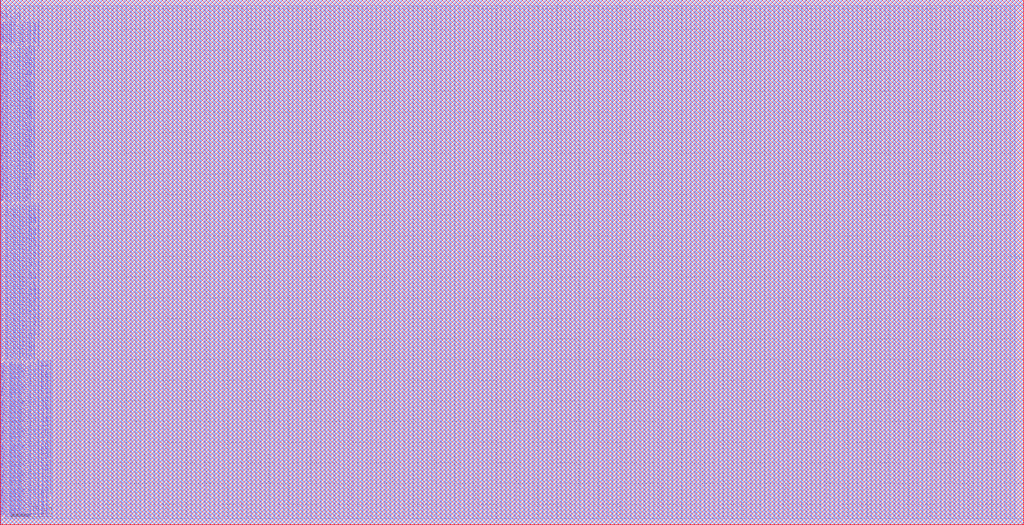
<source format=lef>
VERSION 5.7 ;
BUSBITCHARS "[]" ;
MACRO fakeram65_512x66
  FOREIGN fakeram65_512x66 0 0 ;
  SYMMETRY X Y R90 ;
  SIZE 247.800 BY 127.200 ;
  CLASS BLOCK ;
  PIN w_mask_in[0]
    DIRECTION INPUT ;
    USE SIGNAL ;
    SHAPE ABUTMENT ;
    PORT
      LAYER M3 ;
      RECT 0.000 1.365 0.070 1.435 ;
    END
  END w_mask_in[0]
  PIN w_mask_in[1]
    DIRECTION INPUT ;
    USE SIGNAL ;
    SHAPE ABUTMENT ;
    PORT
      LAYER M3 ;
      RECT 0.000 1.925 0.070 1.995 ;
    END
  END w_mask_in[1]
  PIN w_mask_in[2]
    DIRECTION INPUT ;
    USE SIGNAL ;
    SHAPE ABUTMENT ;
    PORT
      LAYER M3 ;
      RECT 0.000 2.485 0.070 2.555 ;
    END
  END w_mask_in[2]
  PIN w_mask_in[3]
    DIRECTION INPUT ;
    USE SIGNAL ;
    SHAPE ABUTMENT ;
    PORT
      LAYER M3 ;
      RECT 0.000 3.045 0.070 3.115 ;
    END
  END w_mask_in[3]
  PIN w_mask_in[4]
    DIRECTION INPUT ;
    USE SIGNAL ;
    SHAPE ABUTMENT ;
    PORT
      LAYER M3 ;
      RECT 0.000 3.605 0.070 3.675 ;
    END
  END w_mask_in[4]
  PIN w_mask_in[5]
    DIRECTION INPUT ;
    USE SIGNAL ;
    SHAPE ABUTMENT ;
    PORT
      LAYER M3 ;
      RECT 0.000 4.165 0.070 4.235 ;
    END
  END w_mask_in[5]
  PIN w_mask_in[6]
    DIRECTION INPUT ;
    USE SIGNAL ;
    SHAPE ABUTMENT ;
    PORT
      LAYER M3 ;
      RECT 0.000 4.725 0.070 4.795 ;
    END
  END w_mask_in[6]
  PIN w_mask_in[7]
    DIRECTION INPUT ;
    USE SIGNAL ;
    SHAPE ABUTMENT ;
    PORT
      LAYER M3 ;
      RECT 0.000 5.285 0.070 5.355 ;
    END
  END w_mask_in[7]
  PIN w_mask_in[8]
    DIRECTION INPUT ;
    USE SIGNAL ;
    SHAPE ABUTMENT ;
    PORT
      LAYER M3 ;
      RECT 0.000 5.845 0.070 5.915 ;
    END
  END w_mask_in[8]
  PIN w_mask_in[9]
    DIRECTION INPUT ;
    USE SIGNAL ;
    SHAPE ABUTMENT ;
    PORT
      LAYER M3 ;
      RECT 0.000 6.405 0.070 6.475 ;
    END
  END w_mask_in[9]
  PIN w_mask_in[10]
    DIRECTION INPUT ;
    USE SIGNAL ;
    SHAPE ABUTMENT ;
    PORT
      LAYER M3 ;
      RECT 0.000 6.965 0.070 7.035 ;
    END
  END w_mask_in[10]
  PIN w_mask_in[11]
    DIRECTION INPUT ;
    USE SIGNAL ;
    SHAPE ABUTMENT ;
    PORT
      LAYER M3 ;
      RECT 0.000 7.525 0.070 7.595 ;
    END
  END w_mask_in[11]
  PIN w_mask_in[12]
    DIRECTION INPUT ;
    USE SIGNAL ;
    SHAPE ABUTMENT ;
    PORT
      LAYER M3 ;
      RECT 0.000 8.085 0.070 8.155 ;
    END
  END w_mask_in[12]
  PIN w_mask_in[13]
    DIRECTION INPUT ;
    USE SIGNAL ;
    SHAPE ABUTMENT ;
    PORT
      LAYER M3 ;
      RECT 0.000 8.645 0.070 8.715 ;
    END
  END w_mask_in[13]
  PIN w_mask_in[14]
    DIRECTION INPUT ;
    USE SIGNAL ;
    SHAPE ABUTMENT ;
    PORT
      LAYER M3 ;
      RECT 0.000 9.205 0.070 9.275 ;
    END
  END w_mask_in[14]
  PIN w_mask_in[15]
    DIRECTION INPUT ;
    USE SIGNAL ;
    SHAPE ABUTMENT ;
    PORT
      LAYER M3 ;
      RECT 0.000 9.765 0.070 9.835 ;
    END
  END w_mask_in[15]
  PIN w_mask_in[16]
    DIRECTION INPUT ;
    USE SIGNAL ;
    SHAPE ABUTMENT ;
    PORT
      LAYER M3 ;
      RECT 0.000 10.325 0.070 10.395 ;
    END
  END w_mask_in[16]
  PIN w_mask_in[17]
    DIRECTION INPUT ;
    USE SIGNAL ;
    SHAPE ABUTMENT ;
    PORT
      LAYER M3 ;
      RECT 0.000 10.885 0.070 10.955 ;
    END
  END w_mask_in[17]
  PIN w_mask_in[18]
    DIRECTION INPUT ;
    USE SIGNAL ;
    SHAPE ABUTMENT ;
    PORT
      LAYER M3 ;
      RECT 0.000 11.445 0.070 11.515 ;
    END
  END w_mask_in[18]
  PIN w_mask_in[19]
    DIRECTION INPUT ;
    USE SIGNAL ;
    SHAPE ABUTMENT ;
    PORT
      LAYER M3 ;
      RECT 0.000 12.005 0.070 12.075 ;
    END
  END w_mask_in[19]
  PIN w_mask_in[20]
    DIRECTION INPUT ;
    USE SIGNAL ;
    SHAPE ABUTMENT ;
    PORT
      LAYER M3 ;
      RECT 0.000 12.565 0.070 12.635 ;
    END
  END w_mask_in[20]
  PIN w_mask_in[21]
    DIRECTION INPUT ;
    USE SIGNAL ;
    SHAPE ABUTMENT ;
    PORT
      LAYER M3 ;
      RECT 0.000 13.125 0.070 13.195 ;
    END
  END w_mask_in[21]
  PIN w_mask_in[22]
    DIRECTION INPUT ;
    USE SIGNAL ;
    SHAPE ABUTMENT ;
    PORT
      LAYER M3 ;
      RECT 0.000 13.685 0.070 13.755 ;
    END
  END w_mask_in[22]
  PIN w_mask_in[23]
    DIRECTION INPUT ;
    USE SIGNAL ;
    SHAPE ABUTMENT ;
    PORT
      LAYER M3 ;
      RECT 0.000 14.245 0.070 14.315 ;
    END
  END w_mask_in[23]
  PIN w_mask_in[24]
    DIRECTION INPUT ;
    USE SIGNAL ;
    SHAPE ABUTMENT ;
    PORT
      LAYER M3 ;
      RECT 0.000 14.805 0.070 14.875 ;
    END
  END w_mask_in[24]
  PIN w_mask_in[25]
    DIRECTION INPUT ;
    USE SIGNAL ;
    SHAPE ABUTMENT ;
    PORT
      LAYER M3 ;
      RECT 0.000 15.365 0.070 15.435 ;
    END
  END w_mask_in[25]
  PIN w_mask_in[26]
    DIRECTION INPUT ;
    USE SIGNAL ;
    SHAPE ABUTMENT ;
    PORT
      LAYER M3 ;
      RECT 0.000 15.925 0.070 15.995 ;
    END
  END w_mask_in[26]
  PIN w_mask_in[27]
    DIRECTION INPUT ;
    USE SIGNAL ;
    SHAPE ABUTMENT ;
    PORT
      LAYER M3 ;
      RECT 0.000 16.485 0.070 16.555 ;
    END
  END w_mask_in[27]
  PIN w_mask_in[28]
    DIRECTION INPUT ;
    USE SIGNAL ;
    SHAPE ABUTMENT ;
    PORT
      LAYER M3 ;
      RECT 0.000 17.045 0.070 17.115 ;
    END
  END w_mask_in[28]
  PIN w_mask_in[29]
    DIRECTION INPUT ;
    USE SIGNAL ;
    SHAPE ABUTMENT ;
    PORT
      LAYER M3 ;
      RECT 0.000 17.605 0.070 17.675 ;
    END
  END w_mask_in[29]
  PIN w_mask_in[30]
    DIRECTION INPUT ;
    USE SIGNAL ;
    SHAPE ABUTMENT ;
    PORT
      LAYER M3 ;
      RECT 0.000 18.165 0.070 18.235 ;
    END
  END w_mask_in[30]
  PIN w_mask_in[31]
    DIRECTION INPUT ;
    USE SIGNAL ;
    SHAPE ABUTMENT ;
    PORT
      LAYER M3 ;
      RECT 0.000 18.725 0.070 18.795 ;
    END
  END w_mask_in[31]
  PIN w_mask_in[32]
    DIRECTION INPUT ;
    USE SIGNAL ;
    SHAPE ABUTMENT ;
    PORT
      LAYER M3 ;
      RECT 0.000 19.285 0.070 19.355 ;
    END
  END w_mask_in[32]
  PIN w_mask_in[33]
    DIRECTION INPUT ;
    USE SIGNAL ;
    SHAPE ABUTMENT ;
    PORT
      LAYER M3 ;
      RECT 0.000 19.845 0.070 19.915 ;
    END
  END w_mask_in[33]
  PIN w_mask_in[34]
    DIRECTION INPUT ;
    USE SIGNAL ;
    SHAPE ABUTMENT ;
    PORT
      LAYER M3 ;
      RECT 0.000 20.405 0.070 20.475 ;
    END
  END w_mask_in[34]
  PIN w_mask_in[35]
    DIRECTION INPUT ;
    USE SIGNAL ;
    SHAPE ABUTMENT ;
    PORT
      LAYER M3 ;
      RECT 0.000 20.965 0.070 21.035 ;
    END
  END w_mask_in[35]
  PIN w_mask_in[36]
    DIRECTION INPUT ;
    USE SIGNAL ;
    SHAPE ABUTMENT ;
    PORT
      LAYER M3 ;
      RECT 0.000 21.525 0.070 21.595 ;
    END
  END w_mask_in[36]
  PIN w_mask_in[37]
    DIRECTION INPUT ;
    USE SIGNAL ;
    SHAPE ABUTMENT ;
    PORT
      LAYER M3 ;
      RECT 0.000 22.085 0.070 22.155 ;
    END
  END w_mask_in[37]
  PIN w_mask_in[38]
    DIRECTION INPUT ;
    USE SIGNAL ;
    SHAPE ABUTMENT ;
    PORT
      LAYER M3 ;
      RECT 0.000 22.645 0.070 22.715 ;
    END
  END w_mask_in[38]
  PIN w_mask_in[39]
    DIRECTION INPUT ;
    USE SIGNAL ;
    SHAPE ABUTMENT ;
    PORT
      LAYER M3 ;
      RECT 0.000 23.205 0.070 23.275 ;
    END
  END w_mask_in[39]
  PIN w_mask_in[40]
    DIRECTION INPUT ;
    USE SIGNAL ;
    SHAPE ABUTMENT ;
    PORT
      LAYER M3 ;
      RECT 0.000 23.765 0.070 23.835 ;
    END
  END w_mask_in[40]
  PIN w_mask_in[41]
    DIRECTION INPUT ;
    USE SIGNAL ;
    SHAPE ABUTMENT ;
    PORT
      LAYER M3 ;
      RECT 0.000 24.325 0.070 24.395 ;
    END
  END w_mask_in[41]
  PIN w_mask_in[42]
    DIRECTION INPUT ;
    USE SIGNAL ;
    SHAPE ABUTMENT ;
    PORT
      LAYER M3 ;
      RECT 0.000 24.885 0.070 24.955 ;
    END
  END w_mask_in[42]
  PIN w_mask_in[43]
    DIRECTION INPUT ;
    USE SIGNAL ;
    SHAPE ABUTMENT ;
    PORT
      LAYER M3 ;
      RECT 0.000 25.445 0.070 25.515 ;
    END
  END w_mask_in[43]
  PIN w_mask_in[44]
    DIRECTION INPUT ;
    USE SIGNAL ;
    SHAPE ABUTMENT ;
    PORT
      LAYER M3 ;
      RECT 0.000 26.005 0.070 26.075 ;
    END
  END w_mask_in[44]
  PIN w_mask_in[45]
    DIRECTION INPUT ;
    USE SIGNAL ;
    SHAPE ABUTMENT ;
    PORT
      LAYER M3 ;
      RECT 0.000 26.565 0.070 26.635 ;
    END
  END w_mask_in[45]
  PIN w_mask_in[46]
    DIRECTION INPUT ;
    USE SIGNAL ;
    SHAPE ABUTMENT ;
    PORT
      LAYER M3 ;
      RECT 0.000 27.125 0.070 27.195 ;
    END
  END w_mask_in[46]
  PIN w_mask_in[47]
    DIRECTION INPUT ;
    USE SIGNAL ;
    SHAPE ABUTMENT ;
    PORT
      LAYER M3 ;
      RECT 0.000 27.685 0.070 27.755 ;
    END
  END w_mask_in[47]
  PIN w_mask_in[48]
    DIRECTION INPUT ;
    USE SIGNAL ;
    SHAPE ABUTMENT ;
    PORT
      LAYER M3 ;
      RECT 0.000 28.245 0.070 28.315 ;
    END
  END w_mask_in[48]
  PIN w_mask_in[49]
    DIRECTION INPUT ;
    USE SIGNAL ;
    SHAPE ABUTMENT ;
    PORT
      LAYER M3 ;
      RECT 0.000 28.805 0.070 28.875 ;
    END
  END w_mask_in[49]
  PIN w_mask_in[50]
    DIRECTION INPUT ;
    USE SIGNAL ;
    SHAPE ABUTMENT ;
    PORT
      LAYER M3 ;
      RECT 0.000 29.365 0.070 29.435 ;
    END
  END w_mask_in[50]
  PIN w_mask_in[51]
    DIRECTION INPUT ;
    USE SIGNAL ;
    SHAPE ABUTMENT ;
    PORT
      LAYER M3 ;
      RECT 0.000 29.925 0.070 29.995 ;
    END
  END w_mask_in[51]
  PIN w_mask_in[52]
    DIRECTION INPUT ;
    USE SIGNAL ;
    SHAPE ABUTMENT ;
    PORT
      LAYER M3 ;
      RECT 0.000 30.485 0.070 30.555 ;
    END
  END w_mask_in[52]
  PIN w_mask_in[53]
    DIRECTION INPUT ;
    USE SIGNAL ;
    SHAPE ABUTMENT ;
    PORT
      LAYER M3 ;
      RECT 0.000 31.045 0.070 31.115 ;
    END
  END w_mask_in[53]
  PIN w_mask_in[54]
    DIRECTION INPUT ;
    USE SIGNAL ;
    SHAPE ABUTMENT ;
    PORT
      LAYER M3 ;
      RECT 0.000 31.605 0.070 31.675 ;
    END
  END w_mask_in[54]
  PIN w_mask_in[55]
    DIRECTION INPUT ;
    USE SIGNAL ;
    SHAPE ABUTMENT ;
    PORT
      LAYER M3 ;
      RECT 0.000 32.165 0.070 32.235 ;
    END
  END w_mask_in[55]
  PIN w_mask_in[56]
    DIRECTION INPUT ;
    USE SIGNAL ;
    SHAPE ABUTMENT ;
    PORT
      LAYER M3 ;
      RECT 0.000 32.725 0.070 32.795 ;
    END
  END w_mask_in[56]
  PIN w_mask_in[57]
    DIRECTION INPUT ;
    USE SIGNAL ;
    SHAPE ABUTMENT ;
    PORT
      LAYER M3 ;
      RECT 0.000 33.285 0.070 33.355 ;
    END
  END w_mask_in[57]
  PIN w_mask_in[58]
    DIRECTION INPUT ;
    USE SIGNAL ;
    SHAPE ABUTMENT ;
    PORT
      LAYER M3 ;
      RECT 0.000 33.845 0.070 33.915 ;
    END
  END w_mask_in[58]
  PIN w_mask_in[59]
    DIRECTION INPUT ;
    USE SIGNAL ;
    SHAPE ABUTMENT ;
    PORT
      LAYER M3 ;
      RECT 0.000 34.405 0.070 34.475 ;
    END
  END w_mask_in[59]
  PIN w_mask_in[60]
    DIRECTION INPUT ;
    USE SIGNAL ;
    SHAPE ABUTMENT ;
    PORT
      LAYER M3 ;
      RECT 0.000 34.965 0.070 35.035 ;
    END
  END w_mask_in[60]
  PIN w_mask_in[61]
    DIRECTION INPUT ;
    USE SIGNAL ;
    SHAPE ABUTMENT ;
    PORT
      LAYER M3 ;
      RECT 0.000 35.525 0.070 35.595 ;
    END
  END w_mask_in[61]
  PIN w_mask_in[62]
    DIRECTION INPUT ;
    USE SIGNAL ;
    SHAPE ABUTMENT ;
    PORT
      LAYER M3 ;
      RECT 0.000 36.085 0.070 36.155 ;
    END
  END w_mask_in[62]
  PIN w_mask_in[63]
    DIRECTION INPUT ;
    USE SIGNAL ;
    SHAPE ABUTMENT ;
    PORT
      LAYER M3 ;
      RECT 0.000 36.645 0.070 36.715 ;
    END
  END w_mask_in[63]
  PIN w_mask_in[64]
    DIRECTION INPUT ;
    USE SIGNAL ;
    SHAPE ABUTMENT ;
    PORT
      LAYER M3 ;
      RECT 0.000 37.205 0.070 37.275 ;
    END
  END w_mask_in[64]
  PIN w_mask_in[65]
    DIRECTION INPUT ;
    USE SIGNAL ;
    SHAPE ABUTMENT ;
    PORT
      LAYER M3 ;
      RECT 0.000 37.765 0.070 37.835 ;
    END
  END w_mask_in[65]
  PIN rd_out[0]
    DIRECTION OUTPUT ;
    USE SIGNAL ;
    SHAPE ABUTMENT ;
    PORT
      LAYER M3 ;
      RECT 0.000 39.445 0.070 39.515 ;
    END
  END rd_out[0]
  PIN rd_out[1]
    DIRECTION OUTPUT ;
    USE SIGNAL ;
    SHAPE ABUTMENT ;
    PORT
      LAYER M3 ;
      RECT 0.000 40.005 0.070 40.075 ;
    END
  END rd_out[1]
  PIN rd_out[2]
    DIRECTION OUTPUT ;
    USE SIGNAL ;
    SHAPE ABUTMENT ;
    PORT
      LAYER M3 ;
      RECT 0.000 40.565 0.070 40.635 ;
    END
  END rd_out[2]
  PIN rd_out[3]
    DIRECTION OUTPUT ;
    USE SIGNAL ;
    SHAPE ABUTMENT ;
    PORT
      LAYER M3 ;
      RECT 0.000 41.125 0.070 41.195 ;
    END
  END rd_out[3]
  PIN rd_out[4]
    DIRECTION OUTPUT ;
    USE SIGNAL ;
    SHAPE ABUTMENT ;
    PORT
      LAYER M3 ;
      RECT 0.000 41.685 0.070 41.755 ;
    END
  END rd_out[4]
  PIN rd_out[5]
    DIRECTION OUTPUT ;
    USE SIGNAL ;
    SHAPE ABUTMENT ;
    PORT
      LAYER M3 ;
      RECT 0.000 42.245 0.070 42.315 ;
    END
  END rd_out[5]
  PIN rd_out[6]
    DIRECTION OUTPUT ;
    USE SIGNAL ;
    SHAPE ABUTMENT ;
    PORT
      LAYER M3 ;
      RECT 0.000 42.805 0.070 42.875 ;
    END
  END rd_out[6]
  PIN rd_out[7]
    DIRECTION OUTPUT ;
    USE SIGNAL ;
    SHAPE ABUTMENT ;
    PORT
      LAYER M3 ;
      RECT 0.000 43.365 0.070 43.435 ;
    END
  END rd_out[7]
  PIN rd_out[8]
    DIRECTION OUTPUT ;
    USE SIGNAL ;
    SHAPE ABUTMENT ;
    PORT
      LAYER M3 ;
      RECT 0.000 43.925 0.070 43.995 ;
    END
  END rd_out[8]
  PIN rd_out[9]
    DIRECTION OUTPUT ;
    USE SIGNAL ;
    SHAPE ABUTMENT ;
    PORT
      LAYER M3 ;
      RECT 0.000 44.485 0.070 44.555 ;
    END
  END rd_out[9]
  PIN rd_out[10]
    DIRECTION OUTPUT ;
    USE SIGNAL ;
    SHAPE ABUTMENT ;
    PORT
      LAYER M3 ;
      RECT 0.000 45.045 0.070 45.115 ;
    END
  END rd_out[10]
  PIN rd_out[11]
    DIRECTION OUTPUT ;
    USE SIGNAL ;
    SHAPE ABUTMENT ;
    PORT
      LAYER M3 ;
      RECT 0.000 45.605 0.070 45.675 ;
    END
  END rd_out[11]
  PIN rd_out[12]
    DIRECTION OUTPUT ;
    USE SIGNAL ;
    SHAPE ABUTMENT ;
    PORT
      LAYER M3 ;
      RECT 0.000 46.165 0.070 46.235 ;
    END
  END rd_out[12]
  PIN rd_out[13]
    DIRECTION OUTPUT ;
    USE SIGNAL ;
    SHAPE ABUTMENT ;
    PORT
      LAYER M3 ;
      RECT 0.000 46.725 0.070 46.795 ;
    END
  END rd_out[13]
  PIN rd_out[14]
    DIRECTION OUTPUT ;
    USE SIGNAL ;
    SHAPE ABUTMENT ;
    PORT
      LAYER M3 ;
      RECT 0.000 47.285 0.070 47.355 ;
    END
  END rd_out[14]
  PIN rd_out[15]
    DIRECTION OUTPUT ;
    USE SIGNAL ;
    SHAPE ABUTMENT ;
    PORT
      LAYER M3 ;
      RECT 0.000 47.845 0.070 47.915 ;
    END
  END rd_out[15]
  PIN rd_out[16]
    DIRECTION OUTPUT ;
    USE SIGNAL ;
    SHAPE ABUTMENT ;
    PORT
      LAYER M3 ;
      RECT 0.000 48.405 0.070 48.475 ;
    END
  END rd_out[16]
  PIN rd_out[17]
    DIRECTION OUTPUT ;
    USE SIGNAL ;
    SHAPE ABUTMENT ;
    PORT
      LAYER M3 ;
      RECT 0.000 48.965 0.070 49.035 ;
    END
  END rd_out[17]
  PIN rd_out[18]
    DIRECTION OUTPUT ;
    USE SIGNAL ;
    SHAPE ABUTMENT ;
    PORT
      LAYER M3 ;
      RECT 0.000 49.525 0.070 49.595 ;
    END
  END rd_out[18]
  PIN rd_out[19]
    DIRECTION OUTPUT ;
    USE SIGNAL ;
    SHAPE ABUTMENT ;
    PORT
      LAYER M3 ;
      RECT 0.000 50.085 0.070 50.155 ;
    END
  END rd_out[19]
  PIN rd_out[20]
    DIRECTION OUTPUT ;
    USE SIGNAL ;
    SHAPE ABUTMENT ;
    PORT
      LAYER M3 ;
      RECT 0.000 50.645 0.070 50.715 ;
    END
  END rd_out[20]
  PIN rd_out[21]
    DIRECTION OUTPUT ;
    USE SIGNAL ;
    SHAPE ABUTMENT ;
    PORT
      LAYER M3 ;
      RECT 0.000 51.205 0.070 51.275 ;
    END
  END rd_out[21]
  PIN rd_out[22]
    DIRECTION OUTPUT ;
    USE SIGNAL ;
    SHAPE ABUTMENT ;
    PORT
      LAYER M3 ;
      RECT 0.000 51.765 0.070 51.835 ;
    END
  END rd_out[22]
  PIN rd_out[23]
    DIRECTION OUTPUT ;
    USE SIGNAL ;
    SHAPE ABUTMENT ;
    PORT
      LAYER M3 ;
      RECT 0.000 52.325 0.070 52.395 ;
    END
  END rd_out[23]
  PIN rd_out[24]
    DIRECTION OUTPUT ;
    USE SIGNAL ;
    SHAPE ABUTMENT ;
    PORT
      LAYER M3 ;
      RECT 0.000 52.885 0.070 52.955 ;
    END
  END rd_out[24]
  PIN rd_out[25]
    DIRECTION OUTPUT ;
    USE SIGNAL ;
    SHAPE ABUTMENT ;
    PORT
      LAYER M3 ;
      RECT 0.000 53.445 0.070 53.515 ;
    END
  END rd_out[25]
  PIN rd_out[26]
    DIRECTION OUTPUT ;
    USE SIGNAL ;
    SHAPE ABUTMENT ;
    PORT
      LAYER M3 ;
      RECT 0.000 54.005 0.070 54.075 ;
    END
  END rd_out[26]
  PIN rd_out[27]
    DIRECTION OUTPUT ;
    USE SIGNAL ;
    SHAPE ABUTMENT ;
    PORT
      LAYER M3 ;
      RECT 0.000 54.565 0.070 54.635 ;
    END
  END rd_out[27]
  PIN rd_out[28]
    DIRECTION OUTPUT ;
    USE SIGNAL ;
    SHAPE ABUTMENT ;
    PORT
      LAYER M3 ;
      RECT 0.000 55.125 0.070 55.195 ;
    END
  END rd_out[28]
  PIN rd_out[29]
    DIRECTION OUTPUT ;
    USE SIGNAL ;
    SHAPE ABUTMENT ;
    PORT
      LAYER M3 ;
      RECT 0.000 55.685 0.070 55.755 ;
    END
  END rd_out[29]
  PIN rd_out[30]
    DIRECTION OUTPUT ;
    USE SIGNAL ;
    SHAPE ABUTMENT ;
    PORT
      LAYER M3 ;
      RECT 0.000 56.245 0.070 56.315 ;
    END
  END rd_out[30]
  PIN rd_out[31]
    DIRECTION OUTPUT ;
    USE SIGNAL ;
    SHAPE ABUTMENT ;
    PORT
      LAYER M3 ;
      RECT 0.000 56.805 0.070 56.875 ;
    END
  END rd_out[31]
  PIN rd_out[32]
    DIRECTION OUTPUT ;
    USE SIGNAL ;
    SHAPE ABUTMENT ;
    PORT
      LAYER M3 ;
      RECT 0.000 57.365 0.070 57.435 ;
    END
  END rd_out[32]
  PIN rd_out[33]
    DIRECTION OUTPUT ;
    USE SIGNAL ;
    SHAPE ABUTMENT ;
    PORT
      LAYER M3 ;
      RECT 0.000 57.925 0.070 57.995 ;
    END
  END rd_out[33]
  PIN rd_out[34]
    DIRECTION OUTPUT ;
    USE SIGNAL ;
    SHAPE ABUTMENT ;
    PORT
      LAYER M3 ;
      RECT 0.000 58.485 0.070 58.555 ;
    END
  END rd_out[34]
  PIN rd_out[35]
    DIRECTION OUTPUT ;
    USE SIGNAL ;
    SHAPE ABUTMENT ;
    PORT
      LAYER M3 ;
      RECT 0.000 59.045 0.070 59.115 ;
    END
  END rd_out[35]
  PIN rd_out[36]
    DIRECTION OUTPUT ;
    USE SIGNAL ;
    SHAPE ABUTMENT ;
    PORT
      LAYER M3 ;
      RECT 0.000 59.605 0.070 59.675 ;
    END
  END rd_out[36]
  PIN rd_out[37]
    DIRECTION OUTPUT ;
    USE SIGNAL ;
    SHAPE ABUTMENT ;
    PORT
      LAYER M3 ;
      RECT 0.000 60.165 0.070 60.235 ;
    END
  END rd_out[37]
  PIN rd_out[38]
    DIRECTION OUTPUT ;
    USE SIGNAL ;
    SHAPE ABUTMENT ;
    PORT
      LAYER M3 ;
      RECT 0.000 60.725 0.070 60.795 ;
    END
  END rd_out[38]
  PIN rd_out[39]
    DIRECTION OUTPUT ;
    USE SIGNAL ;
    SHAPE ABUTMENT ;
    PORT
      LAYER M3 ;
      RECT 0.000 61.285 0.070 61.355 ;
    END
  END rd_out[39]
  PIN rd_out[40]
    DIRECTION OUTPUT ;
    USE SIGNAL ;
    SHAPE ABUTMENT ;
    PORT
      LAYER M3 ;
      RECT 0.000 61.845 0.070 61.915 ;
    END
  END rd_out[40]
  PIN rd_out[41]
    DIRECTION OUTPUT ;
    USE SIGNAL ;
    SHAPE ABUTMENT ;
    PORT
      LAYER M3 ;
      RECT 0.000 62.405 0.070 62.475 ;
    END
  END rd_out[41]
  PIN rd_out[42]
    DIRECTION OUTPUT ;
    USE SIGNAL ;
    SHAPE ABUTMENT ;
    PORT
      LAYER M3 ;
      RECT 0.000 62.965 0.070 63.035 ;
    END
  END rd_out[42]
  PIN rd_out[43]
    DIRECTION OUTPUT ;
    USE SIGNAL ;
    SHAPE ABUTMENT ;
    PORT
      LAYER M3 ;
      RECT 0.000 63.525 0.070 63.595 ;
    END
  END rd_out[43]
  PIN rd_out[44]
    DIRECTION OUTPUT ;
    USE SIGNAL ;
    SHAPE ABUTMENT ;
    PORT
      LAYER M3 ;
      RECT 0.000 64.085 0.070 64.155 ;
    END
  END rd_out[44]
  PIN rd_out[45]
    DIRECTION OUTPUT ;
    USE SIGNAL ;
    SHAPE ABUTMENT ;
    PORT
      LAYER M3 ;
      RECT 0.000 64.645 0.070 64.715 ;
    END
  END rd_out[45]
  PIN rd_out[46]
    DIRECTION OUTPUT ;
    USE SIGNAL ;
    SHAPE ABUTMENT ;
    PORT
      LAYER M3 ;
      RECT 0.000 65.205 0.070 65.275 ;
    END
  END rd_out[46]
  PIN rd_out[47]
    DIRECTION OUTPUT ;
    USE SIGNAL ;
    SHAPE ABUTMENT ;
    PORT
      LAYER M3 ;
      RECT 0.000 65.765 0.070 65.835 ;
    END
  END rd_out[47]
  PIN rd_out[48]
    DIRECTION OUTPUT ;
    USE SIGNAL ;
    SHAPE ABUTMENT ;
    PORT
      LAYER M3 ;
      RECT 0.000 66.325 0.070 66.395 ;
    END
  END rd_out[48]
  PIN rd_out[49]
    DIRECTION OUTPUT ;
    USE SIGNAL ;
    SHAPE ABUTMENT ;
    PORT
      LAYER M3 ;
      RECT 0.000 66.885 0.070 66.955 ;
    END
  END rd_out[49]
  PIN rd_out[50]
    DIRECTION OUTPUT ;
    USE SIGNAL ;
    SHAPE ABUTMENT ;
    PORT
      LAYER M3 ;
      RECT 0.000 67.445 0.070 67.515 ;
    END
  END rd_out[50]
  PIN rd_out[51]
    DIRECTION OUTPUT ;
    USE SIGNAL ;
    SHAPE ABUTMENT ;
    PORT
      LAYER M3 ;
      RECT 0.000 68.005 0.070 68.075 ;
    END
  END rd_out[51]
  PIN rd_out[52]
    DIRECTION OUTPUT ;
    USE SIGNAL ;
    SHAPE ABUTMENT ;
    PORT
      LAYER M3 ;
      RECT 0.000 68.565 0.070 68.635 ;
    END
  END rd_out[52]
  PIN rd_out[53]
    DIRECTION OUTPUT ;
    USE SIGNAL ;
    SHAPE ABUTMENT ;
    PORT
      LAYER M3 ;
      RECT 0.000 69.125 0.070 69.195 ;
    END
  END rd_out[53]
  PIN rd_out[54]
    DIRECTION OUTPUT ;
    USE SIGNAL ;
    SHAPE ABUTMENT ;
    PORT
      LAYER M3 ;
      RECT 0.000 69.685 0.070 69.755 ;
    END
  END rd_out[54]
  PIN rd_out[55]
    DIRECTION OUTPUT ;
    USE SIGNAL ;
    SHAPE ABUTMENT ;
    PORT
      LAYER M3 ;
      RECT 0.000 70.245 0.070 70.315 ;
    END
  END rd_out[55]
  PIN rd_out[56]
    DIRECTION OUTPUT ;
    USE SIGNAL ;
    SHAPE ABUTMENT ;
    PORT
      LAYER M3 ;
      RECT 0.000 70.805 0.070 70.875 ;
    END
  END rd_out[56]
  PIN rd_out[57]
    DIRECTION OUTPUT ;
    USE SIGNAL ;
    SHAPE ABUTMENT ;
    PORT
      LAYER M3 ;
      RECT 0.000 71.365 0.070 71.435 ;
    END
  END rd_out[57]
  PIN rd_out[58]
    DIRECTION OUTPUT ;
    USE SIGNAL ;
    SHAPE ABUTMENT ;
    PORT
      LAYER M3 ;
      RECT 0.000 71.925 0.070 71.995 ;
    END
  END rd_out[58]
  PIN rd_out[59]
    DIRECTION OUTPUT ;
    USE SIGNAL ;
    SHAPE ABUTMENT ;
    PORT
      LAYER M3 ;
      RECT 0.000 72.485 0.070 72.555 ;
    END
  END rd_out[59]
  PIN rd_out[60]
    DIRECTION OUTPUT ;
    USE SIGNAL ;
    SHAPE ABUTMENT ;
    PORT
      LAYER M3 ;
      RECT 0.000 73.045 0.070 73.115 ;
    END
  END rd_out[60]
  PIN rd_out[61]
    DIRECTION OUTPUT ;
    USE SIGNAL ;
    SHAPE ABUTMENT ;
    PORT
      LAYER M3 ;
      RECT 0.000 73.605 0.070 73.675 ;
    END
  END rd_out[61]
  PIN rd_out[62]
    DIRECTION OUTPUT ;
    USE SIGNAL ;
    SHAPE ABUTMENT ;
    PORT
      LAYER M3 ;
      RECT 0.000 74.165 0.070 74.235 ;
    END
  END rd_out[62]
  PIN rd_out[63]
    DIRECTION OUTPUT ;
    USE SIGNAL ;
    SHAPE ABUTMENT ;
    PORT
      LAYER M3 ;
      RECT 0.000 74.725 0.070 74.795 ;
    END
  END rd_out[63]
  PIN rd_out[64]
    DIRECTION OUTPUT ;
    USE SIGNAL ;
    SHAPE ABUTMENT ;
    PORT
      LAYER M3 ;
      RECT 0.000 75.285 0.070 75.355 ;
    END
  END rd_out[64]
  PIN rd_out[65]
    DIRECTION OUTPUT ;
    USE SIGNAL ;
    SHAPE ABUTMENT ;
    PORT
      LAYER M3 ;
      RECT 0.000 75.845 0.070 75.915 ;
    END
  END rd_out[65]
  PIN wd_in[0]
    DIRECTION INPUT ;
    USE SIGNAL ;
    SHAPE ABUTMENT ;
    PORT
      LAYER M3 ;
      RECT 0.000 77.525 0.070 77.595 ;
    END
  END wd_in[0]
  PIN wd_in[1]
    DIRECTION INPUT ;
    USE SIGNAL ;
    SHAPE ABUTMENT ;
    PORT
      LAYER M3 ;
      RECT 0.000 78.085 0.070 78.155 ;
    END
  END wd_in[1]
  PIN wd_in[2]
    DIRECTION INPUT ;
    USE SIGNAL ;
    SHAPE ABUTMENT ;
    PORT
      LAYER M3 ;
      RECT 0.000 78.645 0.070 78.715 ;
    END
  END wd_in[2]
  PIN wd_in[3]
    DIRECTION INPUT ;
    USE SIGNAL ;
    SHAPE ABUTMENT ;
    PORT
      LAYER M3 ;
      RECT 0.000 79.205 0.070 79.275 ;
    END
  END wd_in[3]
  PIN wd_in[4]
    DIRECTION INPUT ;
    USE SIGNAL ;
    SHAPE ABUTMENT ;
    PORT
      LAYER M3 ;
      RECT 0.000 79.765 0.070 79.835 ;
    END
  END wd_in[4]
  PIN wd_in[5]
    DIRECTION INPUT ;
    USE SIGNAL ;
    SHAPE ABUTMENT ;
    PORT
      LAYER M3 ;
      RECT 0.000 80.325 0.070 80.395 ;
    END
  END wd_in[5]
  PIN wd_in[6]
    DIRECTION INPUT ;
    USE SIGNAL ;
    SHAPE ABUTMENT ;
    PORT
      LAYER M3 ;
      RECT 0.000 80.885 0.070 80.955 ;
    END
  END wd_in[6]
  PIN wd_in[7]
    DIRECTION INPUT ;
    USE SIGNAL ;
    SHAPE ABUTMENT ;
    PORT
      LAYER M3 ;
      RECT 0.000 81.445 0.070 81.515 ;
    END
  END wd_in[7]
  PIN wd_in[8]
    DIRECTION INPUT ;
    USE SIGNAL ;
    SHAPE ABUTMENT ;
    PORT
      LAYER M3 ;
      RECT 0.000 82.005 0.070 82.075 ;
    END
  END wd_in[8]
  PIN wd_in[9]
    DIRECTION INPUT ;
    USE SIGNAL ;
    SHAPE ABUTMENT ;
    PORT
      LAYER M3 ;
      RECT 0.000 82.565 0.070 82.635 ;
    END
  END wd_in[9]
  PIN wd_in[10]
    DIRECTION INPUT ;
    USE SIGNAL ;
    SHAPE ABUTMENT ;
    PORT
      LAYER M3 ;
      RECT 0.000 83.125 0.070 83.195 ;
    END
  END wd_in[10]
  PIN wd_in[11]
    DIRECTION INPUT ;
    USE SIGNAL ;
    SHAPE ABUTMENT ;
    PORT
      LAYER M3 ;
      RECT 0.000 83.685 0.070 83.755 ;
    END
  END wd_in[11]
  PIN wd_in[12]
    DIRECTION INPUT ;
    USE SIGNAL ;
    SHAPE ABUTMENT ;
    PORT
      LAYER M3 ;
      RECT 0.000 84.245 0.070 84.315 ;
    END
  END wd_in[12]
  PIN wd_in[13]
    DIRECTION INPUT ;
    USE SIGNAL ;
    SHAPE ABUTMENT ;
    PORT
      LAYER M3 ;
      RECT 0.000 84.805 0.070 84.875 ;
    END
  END wd_in[13]
  PIN wd_in[14]
    DIRECTION INPUT ;
    USE SIGNAL ;
    SHAPE ABUTMENT ;
    PORT
      LAYER M3 ;
      RECT 0.000 85.365 0.070 85.435 ;
    END
  END wd_in[14]
  PIN wd_in[15]
    DIRECTION INPUT ;
    USE SIGNAL ;
    SHAPE ABUTMENT ;
    PORT
      LAYER M3 ;
      RECT 0.000 85.925 0.070 85.995 ;
    END
  END wd_in[15]
  PIN wd_in[16]
    DIRECTION INPUT ;
    USE SIGNAL ;
    SHAPE ABUTMENT ;
    PORT
      LAYER M3 ;
      RECT 0.000 86.485 0.070 86.555 ;
    END
  END wd_in[16]
  PIN wd_in[17]
    DIRECTION INPUT ;
    USE SIGNAL ;
    SHAPE ABUTMENT ;
    PORT
      LAYER M3 ;
      RECT 0.000 87.045 0.070 87.115 ;
    END
  END wd_in[17]
  PIN wd_in[18]
    DIRECTION INPUT ;
    USE SIGNAL ;
    SHAPE ABUTMENT ;
    PORT
      LAYER M3 ;
      RECT 0.000 87.605 0.070 87.675 ;
    END
  END wd_in[18]
  PIN wd_in[19]
    DIRECTION INPUT ;
    USE SIGNAL ;
    SHAPE ABUTMENT ;
    PORT
      LAYER M3 ;
      RECT 0.000 88.165 0.070 88.235 ;
    END
  END wd_in[19]
  PIN wd_in[20]
    DIRECTION INPUT ;
    USE SIGNAL ;
    SHAPE ABUTMENT ;
    PORT
      LAYER M3 ;
      RECT 0.000 88.725 0.070 88.795 ;
    END
  END wd_in[20]
  PIN wd_in[21]
    DIRECTION INPUT ;
    USE SIGNAL ;
    SHAPE ABUTMENT ;
    PORT
      LAYER M3 ;
      RECT 0.000 89.285 0.070 89.355 ;
    END
  END wd_in[21]
  PIN wd_in[22]
    DIRECTION INPUT ;
    USE SIGNAL ;
    SHAPE ABUTMENT ;
    PORT
      LAYER M3 ;
      RECT 0.000 89.845 0.070 89.915 ;
    END
  END wd_in[22]
  PIN wd_in[23]
    DIRECTION INPUT ;
    USE SIGNAL ;
    SHAPE ABUTMENT ;
    PORT
      LAYER M3 ;
      RECT 0.000 90.405 0.070 90.475 ;
    END
  END wd_in[23]
  PIN wd_in[24]
    DIRECTION INPUT ;
    USE SIGNAL ;
    SHAPE ABUTMENT ;
    PORT
      LAYER M3 ;
      RECT 0.000 90.965 0.070 91.035 ;
    END
  END wd_in[24]
  PIN wd_in[25]
    DIRECTION INPUT ;
    USE SIGNAL ;
    SHAPE ABUTMENT ;
    PORT
      LAYER M3 ;
      RECT 0.000 91.525 0.070 91.595 ;
    END
  END wd_in[25]
  PIN wd_in[26]
    DIRECTION INPUT ;
    USE SIGNAL ;
    SHAPE ABUTMENT ;
    PORT
      LAYER M3 ;
      RECT 0.000 92.085 0.070 92.155 ;
    END
  END wd_in[26]
  PIN wd_in[27]
    DIRECTION INPUT ;
    USE SIGNAL ;
    SHAPE ABUTMENT ;
    PORT
      LAYER M3 ;
      RECT 0.000 92.645 0.070 92.715 ;
    END
  END wd_in[27]
  PIN wd_in[28]
    DIRECTION INPUT ;
    USE SIGNAL ;
    SHAPE ABUTMENT ;
    PORT
      LAYER M3 ;
      RECT 0.000 93.205 0.070 93.275 ;
    END
  END wd_in[28]
  PIN wd_in[29]
    DIRECTION INPUT ;
    USE SIGNAL ;
    SHAPE ABUTMENT ;
    PORT
      LAYER M3 ;
      RECT 0.000 93.765 0.070 93.835 ;
    END
  END wd_in[29]
  PIN wd_in[30]
    DIRECTION INPUT ;
    USE SIGNAL ;
    SHAPE ABUTMENT ;
    PORT
      LAYER M3 ;
      RECT 0.000 94.325 0.070 94.395 ;
    END
  END wd_in[30]
  PIN wd_in[31]
    DIRECTION INPUT ;
    USE SIGNAL ;
    SHAPE ABUTMENT ;
    PORT
      LAYER M3 ;
      RECT 0.000 94.885 0.070 94.955 ;
    END
  END wd_in[31]
  PIN wd_in[32]
    DIRECTION INPUT ;
    USE SIGNAL ;
    SHAPE ABUTMENT ;
    PORT
      LAYER M3 ;
      RECT 0.000 95.445 0.070 95.515 ;
    END
  END wd_in[32]
  PIN wd_in[33]
    DIRECTION INPUT ;
    USE SIGNAL ;
    SHAPE ABUTMENT ;
    PORT
      LAYER M3 ;
      RECT 0.000 96.005 0.070 96.075 ;
    END
  END wd_in[33]
  PIN wd_in[34]
    DIRECTION INPUT ;
    USE SIGNAL ;
    SHAPE ABUTMENT ;
    PORT
      LAYER M3 ;
      RECT 0.000 96.565 0.070 96.635 ;
    END
  END wd_in[34]
  PIN wd_in[35]
    DIRECTION INPUT ;
    USE SIGNAL ;
    SHAPE ABUTMENT ;
    PORT
      LAYER M3 ;
      RECT 0.000 97.125 0.070 97.195 ;
    END
  END wd_in[35]
  PIN wd_in[36]
    DIRECTION INPUT ;
    USE SIGNAL ;
    SHAPE ABUTMENT ;
    PORT
      LAYER M3 ;
      RECT 0.000 97.685 0.070 97.755 ;
    END
  END wd_in[36]
  PIN wd_in[37]
    DIRECTION INPUT ;
    USE SIGNAL ;
    SHAPE ABUTMENT ;
    PORT
      LAYER M3 ;
      RECT 0.000 98.245 0.070 98.315 ;
    END
  END wd_in[37]
  PIN wd_in[38]
    DIRECTION INPUT ;
    USE SIGNAL ;
    SHAPE ABUTMENT ;
    PORT
      LAYER M3 ;
      RECT 0.000 98.805 0.070 98.875 ;
    END
  END wd_in[38]
  PIN wd_in[39]
    DIRECTION INPUT ;
    USE SIGNAL ;
    SHAPE ABUTMENT ;
    PORT
      LAYER M3 ;
      RECT 0.000 99.365 0.070 99.435 ;
    END
  END wd_in[39]
  PIN wd_in[40]
    DIRECTION INPUT ;
    USE SIGNAL ;
    SHAPE ABUTMENT ;
    PORT
      LAYER M3 ;
      RECT 0.000 99.925 0.070 99.995 ;
    END
  END wd_in[40]
  PIN wd_in[41]
    DIRECTION INPUT ;
    USE SIGNAL ;
    SHAPE ABUTMENT ;
    PORT
      LAYER M3 ;
      RECT 0.000 100.485 0.070 100.555 ;
    END
  END wd_in[41]
  PIN wd_in[42]
    DIRECTION INPUT ;
    USE SIGNAL ;
    SHAPE ABUTMENT ;
    PORT
      LAYER M3 ;
      RECT 0.000 101.045 0.070 101.115 ;
    END
  END wd_in[42]
  PIN wd_in[43]
    DIRECTION INPUT ;
    USE SIGNAL ;
    SHAPE ABUTMENT ;
    PORT
      LAYER M3 ;
      RECT 0.000 101.605 0.070 101.675 ;
    END
  END wd_in[43]
  PIN wd_in[44]
    DIRECTION INPUT ;
    USE SIGNAL ;
    SHAPE ABUTMENT ;
    PORT
      LAYER M3 ;
      RECT 0.000 102.165 0.070 102.235 ;
    END
  END wd_in[44]
  PIN wd_in[45]
    DIRECTION INPUT ;
    USE SIGNAL ;
    SHAPE ABUTMENT ;
    PORT
      LAYER M3 ;
      RECT 0.000 102.725 0.070 102.795 ;
    END
  END wd_in[45]
  PIN wd_in[46]
    DIRECTION INPUT ;
    USE SIGNAL ;
    SHAPE ABUTMENT ;
    PORT
      LAYER M3 ;
      RECT 0.000 103.285 0.070 103.355 ;
    END
  END wd_in[46]
  PIN wd_in[47]
    DIRECTION INPUT ;
    USE SIGNAL ;
    SHAPE ABUTMENT ;
    PORT
      LAYER M3 ;
      RECT 0.000 103.845 0.070 103.915 ;
    END
  END wd_in[47]
  PIN wd_in[48]
    DIRECTION INPUT ;
    USE SIGNAL ;
    SHAPE ABUTMENT ;
    PORT
      LAYER M3 ;
      RECT 0.000 104.405 0.070 104.475 ;
    END
  END wd_in[48]
  PIN wd_in[49]
    DIRECTION INPUT ;
    USE SIGNAL ;
    SHAPE ABUTMENT ;
    PORT
      LAYER M3 ;
      RECT 0.000 104.965 0.070 105.035 ;
    END
  END wd_in[49]
  PIN wd_in[50]
    DIRECTION INPUT ;
    USE SIGNAL ;
    SHAPE ABUTMENT ;
    PORT
      LAYER M3 ;
      RECT 0.000 105.525 0.070 105.595 ;
    END
  END wd_in[50]
  PIN wd_in[51]
    DIRECTION INPUT ;
    USE SIGNAL ;
    SHAPE ABUTMENT ;
    PORT
      LAYER M3 ;
      RECT 0.000 106.085 0.070 106.155 ;
    END
  END wd_in[51]
  PIN wd_in[52]
    DIRECTION INPUT ;
    USE SIGNAL ;
    SHAPE ABUTMENT ;
    PORT
      LAYER M3 ;
      RECT 0.000 106.645 0.070 106.715 ;
    END
  END wd_in[52]
  PIN wd_in[53]
    DIRECTION INPUT ;
    USE SIGNAL ;
    SHAPE ABUTMENT ;
    PORT
      LAYER M3 ;
      RECT 0.000 107.205 0.070 107.275 ;
    END
  END wd_in[53]
  PIN wd_in[54]
    DIRECTION INPUT ;
    USE SIGNAL ;
    SHAPE ABUTMENT ;
    PORT
      LAYER M3 ;
      RECT 0.000 107.765 0.070 107.835 ;
    END
  END wd_in[54]
  PIN wd_in[55]
    DIRECTION INPUT ;
    USE SIGNAL ;
    SHAPE ABUTMENT ;
    PORT
      LAYER M3 ;
      RECT 0.000 108.325 0.070 108.395 ;
    END
  END wd_in[55]
  PIN wd_in[56]
    DIRECTION INPUT ;
    USE SIGNAL ;
    SHAPE ABUTMENT ;
    PORT
      LAYER M3 ;
      RECT 0.000 108.885 0.070 108.955 ;
    END
  END wd_in[56]
  PIN wd_in[57]
    DIRECTION INPUT ;
    USE SIGNAL ;
    SHAPE ABUTMENT ;
    PORT
      LAYER M3 ;
      RECT 0.000 109.445 0.070 109.515 ;
    END
  END wd_in[57]
  PIN wd_in[58]
    DIRECTION INPUT ;
    USE SIGNAL ;
    SHAPE ABUTMENT ;
    PORT
      LAYER M3 ;
      RECT 0.000 110.005 0.070 110.075 ;
    END
  END wd_in[58]
  PIN wd_in[59]
    DIRECTION INPUT ;
    USE SIGNAL ;
    SHAPE ABUTMENT ;
    PORT
      LAYER M3 ;
      RECT 0.000 110.565 0.070 110.635 ;
    END
  END wd_in[59]
  PIN wd_in[60]
    DIRECTION INPUT ;
    USE SIGNAL ;
    SHAPE ABUTMENT ;
    PORT
      LAYER M3 ;
      RECT 0.000 111.125 0.070 111.195 ;
    END
  END wd_in[60]
  PIN wd_in[61]
    DIRECTION INPUT ;
    USE SIGNAL ;
    SHAPE ABUTMENT ;
    PORT
      LAYER M3 ;
      RECT 0.000 111.685 0.070 111.755 ;
    END
  END wd_in[61]
  PIN wd_in[62]
    DIRECTION INPUT ;
    USE SIGNAL ;
    SHAPE ABUTMENT ;
    PORT
      LAYER M3 ;
      RECT 0.000 112.245 0.070 112.315 ;
    END
  END wd_in[62]
  PIN wd_in[63]
    DIRECTION INPUT ;
    USE SIGNAL ;
    SHAPE ABUTMENT ;
    PORT
      LAYER M3 ;
      RECT 0.000 112.805 0.070 112.875 ;
    END
  END wd_in[63]
  PIN wd_in[64]
    DIRECTION INPUT ;
    USE SIGNAL ;
    SHAPE ABUTMENT ;
    PORT
      LAYER M3 ;
      RECT 0.000 113.365 0.070 113.435 ;
    END
  END wd_in[64]
  PIN wd_in[65]
    DIRECTION INPUT ;
    USE SIGNAL ;
    SHAPE ABUTMENT ;
    PORT
      LAYER M3 ;
      RECT 0.000 113.925 0.070 113.995 ;
    END
  END wd_in[65]
  PIN addr_in[0]
    DIRECTION INPUT ;
    USE SIGNAL ;
    SHAPE ABUTMENT ;
    PORT
      LAYER M3 ;
      RECT 0.000 115.605 0.070 115.675 ;
    END
  END addr_in[0]
  PIN addr_in[1]
    DIRECTION INPUT ;
    USE SIGNAL ;
    SHAPE ABUTMENT ;
    PORT
      LAYER M3 ;
      RECT 0.000 116.165 0.070 116.235 ;
    END
  END addr_in[1]
  PIN addr_in[2]
    DIRECTION INPUT ;
    USE SIGNAL ;
    SHAPE ABUTMENT ;
    PORT
      LAYER M3 ;
      RECT 0.000 116.725 0.070 116.795 ;
    END
  END addr_in[2]
  PIN addr_in[3]
    DIRECTION INPUT ;
    USE SIGNAL ;
    SHAPE ABUTMENT ;
    PORT
      LAYER M3 ;
      RECT 0.000 117.285 0.070 117.355 ;
    END
  END addr_in[3]
  PIN addr_in[4]
    DIRECTION INPUT ;
    USE SIGNAL ;
    SHAPE ABUTMENT ;
    PORT
      LAYER M3 ;
      RECT 0.000 117.845 0.070 117.915 ;
    END
  END addr_in[4]
  PIN addr_in[5]
    DIRECTION INPUT ;
    USE SIGNAL ;
    SHAPE ABUTMENT ;
    PORT
      LAYER M3 ;
      RECT 0.000 118.405 0.070 118.475 ;
    END
  END addr_in[5]
  PIN addr_in[6]
    DIRECTION INPUT ;
    USE SIGNAL ;
    SHAPE ABUTMENT ;
    PORT
      LAYER M3 ;
      RECT 0.000 118.965 0.070 119.035 ;
    END
  END addr_in[6]
  PIN addr_in[7]
    DIRECTION INPUT ;
    USE SIGNAL ;
    SHAPE ABUTMENT ;
    PORT
      LAYER M3 ;
      RECT 0.000 119.525 0.070 119.595 ;
    END
  END addr_in[7]
  PIN addr_in[8]
    DIRECTION INPUT ;
    USE SIGNAL ;
    SHAPE ABUTMENT ;
    PORT
      LAYER M3 ;
      RECT 0.000 120.085 0.070 120.155 ;
    END
  END addr_in[8]
  PIN we_in
    DIRECTION INPUT ;
    USE SIGNAL ;
    SHAPE ABUTMENT ;
    PORT
      LAYER M3 ;
      RECT 0.000 121.765 0.070 121.835 ;
    END
  END we_in
  PIN ce_in
    DIRECTION INPUT ;
    USE SIGNAL ;
    SHAPE ABUTMENT ;
    PORT
      LAYER M3 ;
      RECT 0.000 122.325 0.070 122.395 ;
    END
  END ce_in
  PIN clk
    DIRECTION INPUT ;
    USE SIGNAL ;
    SHAPE ABUTMENT ;
    PORT
      LAYER M3 ;
      RECT 0.000 122.885 0.070 122.955 ;
    END
  END clk
  PIN VSS
    DIRECTION INOUT ;
    USE GROUND ;
    PORT
      LAYER M4 ;
      RECT 1.260 1.400 1.540 125.800 ;
      RECT 3.500 1.400 3.780 125.800 ;
      RECT 5.740 1.400 6.020 125.800 ;
      RECT 7.980 1.400 8.260 125.800 ;
      RECT 10.220 1.400 10.500 125.800 ;
      RECT 12.460 1.400 12.740 125.800 ;
      RECT 14.700 1.400 14.980 125.800 ;
      RECT 16.940 1.400 17.220 125.800 ;
      RECT 19.180 1.400 19.460 125.800 ;
      RECT 21.420 1.400 21.700 125.800 ;
      RECT 23.660 1.400 23.940 125.800 ;
      RECT 25.900 1.400 26.180 125.800 ;
      RECT 28.140 1.400 28.420 125.800 ;
      RECT 30.380 1.400 30.660 125.800 ;
      RECT 32.620 1.400 32.900 125.800 ;
      RECT 34.860 1.400 35.140 125.800 ;
      RECT 37.100 1.400 37.380 125.800 ;
      RECT 39.340 1.400 39.620 125.800 ;
      RECT 41.580 1.400 41.860 125.800 ;
      RECT 43.820 1.400 44.100 125.800 ;
      RECT 46.060 1.400 46.340 125.800 ;
      RECT 48.300 1.400 48.580 125.800 ;
      RECT 50.540 1.400 50.820 125.800 ;
      RECT 52.780 1.400 53.060 125.800 ;
      RECT 55.020 1.400 55.300 125.800 ;
      RECT 57.260 1.400 57.540 125.800 ;
      RECT 59.500 1.400 59.780 125.800 ;
      RECT 61.740 1.400 62.020 125.800 ;
      RECT 63.980 1.400 64.260 125.800 ;
      RECT 66.220 1.400 66.500 125.800 ;
      RECT 68.460 1.400 68.740 125.800 ;
      RECT 70.700 1.400 70.980 125.800 ;
      RECT 72.940 1.400 73.220 125.800 ;
      RECT 75.180 1.400 75.460 125.800 ;
      RECT 77.420 1.400 77.700 125.800 ;
      RECT 79.660 1.400 79.940 125.800 ;
      RECT 81.900 1.400 82.180 125.800 ;
      RECT 84.140 1.400 84.420 125.800 ;
      RECT 86.380 1.400 86.660 125.800 ;
      RECT 88.620 1.400 88.900 125.800 ;
      RECT 90.860 1.400 91.140 125.800 ;
      RECT 93.100 1.400 93.380 125.800 ;
      RECT 95.340 1.400 95.620 125.800 ;
      RECT 97.580 1.400 97.860 125.800 ;
      RECT 99.820 1.400 100.100 125.800 ;
      RECT 102.060 1.400 102.340 125.800 ;
      RECT 104.300 1.400 104.580 125.800 ;
      RECT 106.540 1.400 106.820 125.800 ;
      RECT 108.780 1.400 109.060 125.800 ;
      RECT 111.020 1.400 111.300 125.800 ;
      RECT 113.260 1.400 113.540 125.800 ;
      RECT 115.500 1.400 115.780 125.800 ;
      RECT 117.740 1.400 118.020 125.800 ;
      RECT 119.980 1.400 120.260 125.800 ;
      RECT 122.220 1.400 122.500 125.800 ;
      RECT 124.460 1.400 124.740 125.800 ;
      RECT 126.700 1.400 126.980 125.800 ;
      RECT 128.940 1.400 129.220 125.800 ;
      RECT 131.180 1.400 131.460 125.800 ;
      RECT 133.420 1.400 133.700 125.800 ;
      RECT 135.660 1.400 135.940 125.800 ;
      RECT 137.900 1.400 138.180 125.800 ;
      RECT 140.140 1.400 140.420 125.800 ;
      RECT 142.380 1.400 142.660 125.800 ;
      RECT 144.620 1.400 144.900 125.800 ;
      RECT 146.860 1.400 147.140 125.800 ;
      RECT 149.100 1.400 149.380 125.800 ;
      RECT 151.340 1.400 151.620 125.800 ;
      RECT 153.580 1.400 153.860 125.800 ;
      RECT 155.820 1.400 156.100 125.800 ;
      RECT 158.060 1.400 158.340 125.800 ;
      RECT 160.300 1.400 160.580 125.800 ;
      RECT 162.540 1.400 162.820 125.800 ;
      RECT 164.780 1.400 165.060 125.800 ;
      RECT 167.020 1.400 167.300 125.800 ;
      RECT 169.260 1.400 169.540 125.800 ;
      RECT 171.500 1.400 171.780 125.800 ;
      RECT 173.740 1.400 174.020 125.800 ;
      RECT 175.980 1.400 176.260 125.800 ;
      RECT 178.220 1.400 178.500 125.800 ;
      RECT 180.460 1.400 180.740 125.800 ;
      RECT 182.700 1.400 182.980 125.800 ;
      RECT 184.940 1.400 185.220 125.800 ;
      RECT 187.180 1.400 187.460 125.800 ;
      RECT 189.420 1.400 189.700 125.800 ;
      RECT 191.660 1.400 191.940 125.800 ;
      RECT 193.900 1.400 194.180 125.800 ;
      RECT 196.140 1.400 196.420 125.800 ;
      RECT 198.380 1.400 198.660 125.800 ;
      RECT 200.620 1.400 200.900 125.800 ;
      RECT 202.860 1.400 203.140 125.800 ;
      RECT 205.100 1.400 205.380 125.800 ;
      RECT 207.340 1.400 207.620 125.800 ;
      RECT 209.580 1.400 209.860 125.800 ;
      RECT 211.820 1.400 212.100 125.800 ;
      RECT 214.060 1.400 214.340 125.800 ;
      RECT 216.300 1.400 216.580 125.800 ;
      RECT 218.540 1.400 218.820 125.800 ;
      RECT 220.780 1.400 221.060 125.800 ;
      RECT 223.020 1.400 223.300 125.800 ;
      RECT 225.260 1.400 225.540 125.800 ;
      RECT 227.500 1.400 227.780 125.800 ;
      RECT 229.740 1.400 230.020 125.800 ;
      RECT 231.980 1.400 232.260 125.800 ;
      RECT 234.220 1.400 234.500 125.800 ;
      RECT 236.460 1.400 236.740 125.800 ;
      RECT 238.700 1.400 238.980 125.800 ;
      RECT 240.940 1.400 241.220 125.800 ;
      RECT 243.180 1.400 243.460 125.800 ;
      RECT 245.420 1.400 245.700 125.800 ;
    END
  END VSS
  PIN VDD
    DIRECTION INOUT ;
    USE POWER ;
    PORT
      LAYER M4 ;
      RECT 2.380 1.400 2.660 125.800 ;
      RECT 4.620 1.400 4.900 125.800 ;
      RECT 6.860 1.400 7.140 125.800 ;
      RECT 9.100 1.400 9.380 125.800 ;
      RECT 11.340 1.400 11.620 125.800 ;
      RECT 13.580 1.400 13.860 125.800 ;
      RECT 15.820 1.400 16.100 125.800 ;
      RECT 18.060 1.400 18.340 125.800 ;
      RECT 20.300 1.400 20.580 125.800 ;
      RECT 22.540 1.400 22.820 125.800 ;
      RECT 24.780 1.400 25.060 125.800 ;
      RECT 27.020 1.400 27.300 125.800 ;
      RECT 29.260 1.400 29.540 125.800 ;
      RECT 31.500 1.400 31.780 125.800 ;
      RECT 33.740 1.400 34.020 125.800 ;
      RECT 35.980 1.400 36.260 125.800 ;
      RECT 38.220 1.400 38.500 125.800 ;
      RECT 40.460 1.400 40.740 125.800 ;
      RECT 42.700 1.400 42.980 125.800 ;
      RECT 44.940 1.400 45.220 125.800 ;
      RECT 47.180 1.400 47.460 125.800 ;
      RECT 49.420 1.400 49.700 125.800 ;
      RECT 51.660 1.400 51.940 125.800 ;
      RECT 53.900 1.400 54.180 125.800 ;
      RECT 56.140 1.400 56.420 125.800 ;
      RECT 58.380 1.400 58.660 125.800 ;
      RECT 60.620 1.400 60.900 125.800 ;
      RECT 62.860 1.400 63.140 125.800 ;
      RECT 65.100 1.400 65.380 125.800 ;
      RECT 67.340 1.400 67.620 125.800 ;
      RECT 69.580 1.400 69.860 125.800 ;
      RECT 71.820 1.400 72.100 125.800 ;
      RECT 74.060 1.400 74.340 125.800 ;
      RECT 76.300 1.400 76.580 125.800 ;
      RECT 78.540 1.400 78.820 125.800 ;
      RECT 80.780 1.400 81.060 125.800 ;
      RECT 83.020 1.400 83.300 125.800 ;
      RECT 85.260 1.400 85.540 125.800 ;
      RECT 87.500 1.400 87.780 125.800 ;
      RECT 89.740 1.400 90.020 125.800 ;
      RECT 91.980 1.400 92.260 125.800 ;
      RECT 94.220 1.400 94.500 125.800 ;
      RECT 96.460 1.400 96.740 125.800 ;
      RECT 98.700 1.400 98.980 125.800 ;
      RECT 100.940 1.400 101.220 125.800 ;
      RECT 103.180 1.400 103.460 125.800 ;
      RECT 105.420 1.400 105.700 125.800 ;
      RECT 107.660 1.400 107.940 125.800 ;
      RECT 109.900 1.400 110.180 125.800 ;
      RECT 112.140 1.400 112.420 125.800 ;
      RECT 114.380 1.400 114.660 125.800 ;
      RECT 116.620 1.400 116.900 125.800 ;
      RECT 118.860 1.400 119.140 125.800 ;
      RECT 121.100 1.400 121.380 125.800 ;
      RECT 123.340 1.400 123.620 125.800 ;
      RECT 125.580 1.400 125.860 125.800 ;
      RECT 127.820 1.400 128.100 125.800 ;
      RECT 130.060 1.400 130.340 125.800 ;
      RECT 132.300 1.400 132.580 125.800 ;
      RECT 134.540 1.400 134.820 125.800 ;
      RECT 136.780 1.400 137.060 125.800 ;
      RECT 139.020 1.400 139.300 125.800 ;
      RECT 141.260 1.400 141.540 125.800 ;
      RECT 143.500 1.400 143.780 125.800 ;
      RECT 145.740 1.400 146.020 125.800 ;
      RECT 147.980 1.400 148.260 125.800 ;
      RECT 150.220 1.400 150.500 125.800 ;
      RECT 152.460 1.400 152.740 125.800 ;
      RECT 154.700 1.400 154.980 125.800 ;
      RECT 156.940 1.400 157.220 125.800 ;
      RECT 159.180 1.400 159.460 125.800 ;
      RECT 161.420 1.400 161.700 125.800 ;
      RECT 163.660 1.400 163.940 125.800 ;
      RECT 165.900 1.400 166.180 125.800 ;
      RECT 168.140 1.400 168.420 125.800 ;
      RECT 170.380 1.400 170.660 125.800 ;
      RECT 172.620 1.400 172.900 125.800 ;
      RECT 174.860 1.400 175.140 125.800 ;
      RECT 177.100 1.400 177.380 125.800 ;
      RECT 179.340 1.400 179.620 125.800 ;
      RECT 181.580 1.400 181.860 125.800 ;
      RECT 183.820 1.400 184.100 125.800 ;
      RECT 186.060 1.400 186.340 125.800 ;
      RECT 188.300 1.400 188.580 125.800 ;
      RECT 190.540 1.400 190.820 125.800 ;
      RECT 192.780 1.400 193.060 125.800 ;
      RECT 195.020 1.400 195.300 125.800 ;
      RECT 197.260 1.400 197.540 125.800 ;
      RECT 199.500 1.400 199.780 125.800 ;
      RECT 201.740 1.400 202.020 125.800 ;
      RECT 203.980 1.400 204.260 125.800 ;
      RECT 206.220 1.400 206.500 125.800 ;
      RECT 208.460 1.400 208.740 125.800 ;
      RECT 210.700 1.400 210.980 125.800 ;
      RECT 212.940 1.400 213.220 125.800 ;
      RECT 215.180 1.400 215.460 125.800 ;
      RECT 217.420 1.400 217.700 125.800 ;
      RECT 219.660 1.400 219.940 125.800 ;
      RECT 221.900 1.400 222.180 125.800 ;
      RECT 224.140 1.400 224.420 125.800 ;
      RECT 226.380 1.400 226.660 125.800 ;
      RECT 228.620 1.400 228.900 125.800 ;
      RECT 230.860 1.400 231.140 125.800 ;
      RECT 233.100 1.400 233.380 125.800 ;
      RECT 235.340 1.400 235.620 125.800 ;
      RECT 237.580 1.400 237.860 125.800 ;
      RECT 239.820 1.400 240.100 125.800 ;
      RECT 242.060 1.400 242.340 125.800 ;
      RECT 244.300 1.400 244.580 125.800 ;
    END
  END VDD
  OBS
    LAYER M1 ;
    RECT 0 0 247.800 127.200 ;
    LAYER M2 ;
    RECT 0 0 247.800 127.200 ;
    LAYER M3 ;
    RECT 0.070 0 247.800 127.200 ;
    RECT 0 0.000 0.070 1.365 ;
    RECT 0 1.435 0.070 1.925 ;
    RECT 0 1.995 0.070 2.485 ;
    RECT 0 2.555 0.070 3.045 ;
    RECT 0 3.115 0.070 3.605 ;
    RECT 0 3.675 0.070 4.165 ;
    RECT 0 4.235 0.070 4.725 ;
    RECT 0 4.795 0.070 5.285 ;
    RECT 0 5.355 0.070 5.845 ;
    RECT 0 5.915 0.070 6.405 ;
    RECT 0 6.475 0.070 6.965 ;
    RECT 0 7.035 0.070 7.525 ;
    RECT 0 7.595 0.070 8.085 ;
    RECT 0 8.155 0.070 8.645 ;
    RECT 0 8.715 0.070 9.205 ;
    RECT 0 9.275 0.070 9.765 ;
    RECT 0 9.835 0.070 10.325 ;
    RECT 0 10.395 0.070 10.885 ;
    RECT 0 10.955 0.070 11.445 ;
    RECT 0 11.515 0.070 12.005 ;
    RECT 0 12.075 0.070 12.565 ;
    RECT 0 12.635 0.070 13.125 ;
    RECT 0 13.195 0.070 13.685 ;
    RECT 0 13.755 0.070 14.245 ;
    RECT 0 14.315 0.070 14.805 ;
    RECT 0 14.875 0.070 15.365 ;
    RECT 0 15.435 0.070 15.925 ;
    RECT 0 15.995 0.070 16.485 ;
    RECT 0 16.555 0.070 17.045 ;
    RECT 0 17.115 0.070 17.605 ;
    RECT 0 17.675 0.070 18.165 ;
    RECT 0 18.235 0.070 18.725 ;
    RECT 0 18.795 0.070 19.285 ;
    RECT 0 19.355 0.070 19.845 ;
    RECT 0 19.915 0.070 20.405 ;
    RECT 0 20.475 0.070 20.965 ;
    RECT 0 21.035 0.070 21.525 ;
    RECT 0 21.595 0.070 22.085 ;
    RECT 0 22.155 0.070 22.645 ;
    RECT 0 22.715 0.070 23.205 ;
    RECT 0 23.275 0.070 23.765 ;
    RECT 0 23.835 0.070 24.325 ;
    RECT 0 24.395 0.070 24.885 ;
    RECT 0 24.955 0.070 25.445 ;
    RECT 0 25.515 0.070 26.005 ;
    RECT 0 26.075 0.070 26.565 ;
    RECT 0 26.635 0.070 27.125 ;
    RECT 0 27.195 0.070 27.685 ;
    RECT 0 27.755 0.070 28.245 ;
    RECT 0 28.315 0.070 28.805 ;
    RECT 0 28.875 0.070 29.365 ;
    RECT 0 29.435 0.070 29.925 ;
    RECT 0 29.995 0.070 30.485 ;
    RECT 0 30.555 0.070 31.045 ;
    RECT 0 31.115 0.070 31.605 ;
    RECT 0 31.675 0.070 32.165 ;
    RECT 0 32.235 0.070 32.725 ;
    RECT 0 32.795 0.070 33.285 ;
    RECT 0 33.355 0.070 33.845 ;
    RECT 0 33.915 0.070 34.405 ;
    RECT 0 34.475 0.070 34.965 ;
    RECT 0 35.035 0.070 35.525 ;
    RECT 0 35.595 0.070 36.085 ;
    RECT 0 36.155 0.070 36.645 ;
    RECT 0 36.715 0.070 37.205 ;
    RECT 0 37.275 0.070 37.765 ;
    RECT 0 37.835 0.070 39.445 ;
    RECT 0 39.515 0.070 40.005 ;
    RECT 0 40.075 0.070 40.565 ;
    RECT 0 40.635 0.070 41.125 ;
    RECT 0 41.195 0.070 41.685 ;
    RECT 0 41.755 0.070 42.245 ;
    RECT 0 42.315 0.070 42.805 ;
    RECT 0 42.875 0.070 43.365 ;
    RECT 0 43.435 0.070 43.925 ;
    RECT 0 43.995 0.070 44.485 ;
    RECT 0 44.555 0.070 45.045 ;
    RECT 0 45.115 0.070 45.605 ;
    RECT 0 45.675 0.070 46.165 ;
    RECT 0 46.235 0.070 46.725 ;
    RECT 0 46.795 0.070 47.285 ;
    RECT 0 47.355 0.070 47.845 ;
    RECT 0 47.915 0.070 48.405 ;
    RECT 0 48.475 0.070 48.965 ;
    RECT 0 49.035 0.070 49.525 ;
    RECT 0 49.595 0.070 50.085 ;
    RECT 0 50.155 0.070 50.645 ;
    RECT 0 50.715 0.070 51.205 ;
    RECT 0 51.275 0.070 51.765 ;
    RECT 0 51.835 0.070 52.325 ;
    RECT 0 52.395 0.070 52.885 ;
    RECT 0 52.955 0.070 53.445 ;
    RECT 0 53.515 0.070 54.005 ;
    RECT 0 54.075 0.070 54.565 ;
    RECT 0 54.635 0.070 55.125 ;
    RECT 0 55.195 0.070 55.685 ;
    RECT 0 55.755 0.070 56.245 ;
    RECT 0 56.315 0.070 56.805 ;
    RECT 0 56.875 0.070 57.365 ;
    RECT 0 57.435 0.070 57.925 ;
    RECT 0 57.995 0.070 58.485 ;
    RECT 0 58.555 0.070 59.045 ;
    RECT 0 59.115 0.070 59.605 ;
    RECT 0 59.675 0.070 60.165 ;
    RECT 0 60.235 0.070 60.725 ;
    RECT 0 60.795 0.070 61.285 ;
    RECT 0 61.355 0.070 61.845 ;
    RECT 0 61.915 0.070 62.405 ;
    RECT 0 62.475 0.070 62.965 ;
    RECT 0 63.035 0.070 63.525 ;
    RECT 0 63.595 0.070 64.085 ;
    RECT 0 64.155 0.070 64.645 ;
    RECT 0 64.715 0.070 65.205 ;
    RECT 0 65.275 0.070 65.765 ;
    RECT 0 65.835 0.070 66.325 ;
    RECT 0 66.395 0.070 66.885 ;
    RECT 0 66.955 0.070 67.445 ;
    RECT 0 67.515 0.070 68.005 ;
    RECT 0 68.075 0.070 68.565 ;
    RECT 0 68.635 0.070 69.125 ;
    RECT 0 69.195 0.070 69.685 ;
    RECT 0 69.755 0.070 70.245 ;
    RECT 0 70.315 0.070 70.805 ;
    RECT 0 70.875 0.070 71.365 ;
    RECT 0 71.435 0.070 71.925 ;
    RECT 0 71.995 0.070 72.485 ;
    RECT 0 72.555 0.070 73.045 ;
    RECT 0 73.115 0.070 73.605 ;
    RECT 0 73.675 0.070 74.165 ;
    RECT 0 74.235 0.070 74.725 ;
    RECT 0 74.795 0.070 75.285 ;
    RECT 0 75.355 0.070 75.845 ;
    RECT 0 75.915 0.070 77.525 ;
    RECT 0 77.595 0.070 78.085 ;
    RECT 0 78.155 0.070 78.645 ;
    RECT 0 78.715 0.070 79.205 ;
    RECT 0 79.275 0.070 79.765 ;
    RECT 0 79.835 0.070 80.325 ;
    RECT 0 80.395 0.070 80.885 ;
    RECT 0 80.955 0.070 81.445 ;
    RECT 0 81.515 0.070 82.005 ;
    RECT 0 82.075 0.070 82.565 ;
    RECT 0 82.635 0.070 83.125 ;
    RECT 0 83.195 0.070 83.685 ;
    RECT 0 83.755 0.070 84.245 ;
    RECT 0 84.315 0.070 84.805 ;
    RECT 0 84.875 0.070 85.365 ;
    RECT 0 85.435 0.070 85.925 ;
    RECT 0 85.995 0.070 86.485 ;
    RECT 0 86.555 0.070 87.045 ;
    RECT 0 87.115 0.070 87.605 ;
    RECT 0 87.675 0.070 88.165 ;
    RECT 0 88.235 0.070 88.725 ;
    RECT 0 88.795 0.070 89.285 ;
    RECT 0 89.355 0.070 89.845 ;
    RECT 0 89.915 0.070 90.405 ;
    RECT 0 90.475 0.070 90.965 ;
    RECT 0 91.035 0.070 91.525 ;
    RECT 0 91.595 0.070 92.085 ;
    RECT 0 92.155 0.070 92.645 ;
    RECT 0 92.715 0.070 93.205 ;
    RECT 0 93.275 0.070 93.765 ;
    RECT 0 93.835 0.070 94.325 ;
    RECT 0 94.395 0.070 94.885 ;
    RECT 0 94.955 0.070 95.445 ;
    RECT 0 95.515 0.070 96.005 ;
    RECT 0 96.075 0.070 96.565 ;
    RECT 0 96.635 0.070 97.125 ;
    RECT 0 97.195 0.070 97.685 ;
    RECT 0 97.755 0.070 98.245 ;
    RECT 0 98.315 0.070 98.805 ;
    RECT 0 98.875 0.070 99.365 ;
    RECT 0 99.435 0.070 99.925 ;
    RECT 0 99.995 0.070 100.485 ;
    RECT 0 100.555 0.070 101.045 ;
    RECT 0 101.115 0.070 101.605 ;
    RECT 0 101.675 0.070 102.165 ;
    RECT 0 102.235 0.070 102.725 ;
    RECT 0 102.795 0.070 103.285 ;
    RECT 0 103.355 0.070 103.845 ;
    RECT 0 103.915 0.070 104.405 ;
    RECT 0 104.475 0.070 104.965 ;
    RECT 0 105.035 0.070 105.525 ;
    RECT 0 105.595 0.070 106.085 ;
    RECT 0 106.155 0.070 106.645 ;
    RECT 0 106.715 0.070 107.205 ;
    RECT 0 107.275 0.070 107.765 ;
    RECT 0 107.835 0.070 108.325 ;
    RECT 0 108.395 0.070 108.885 ;
    RECT 0 108.955 0.070 109.445 ;
    RECT 0 109.515 0.070 110.005 ;
    RECT 0 110.075 0.070 110.565 ;
    RECT 0 110.635 0.070 111.125 ;
    RECT 0 111.195 0.070 111.685 ;
    RECT 0 111.755 0.070 112.245 ;
    RECT 0 112.315 0.070 112.805 ;
    RECT 0 112.875 0.070 113.365 ;
    RECT 0 113.435 0.070 113.925 ;
    RECT 0 113.995 0.070 115.605 ;
    RECT 0 115.675 0.070 116.165 ;
    RECT 0 116.235 0.070 116.725 ;
    RECT 0 116.795 0.070 117.285 ;
    RECT 0 117.355 0.070 117.845 ;
    RECT 0 117.915 0.070 118.405 ;
    RECT 0 118.475 0.070 118.965 ;
    RECT 0 119.035 0.070 119.525 ;
    RECT 0 119.595 0.070 120.085 ;
    RECT 0 120.155 0.070 121.765 ;
    RECT 0 121.835 0.070 122.325 ;
    RECT 0 122.395 0.070 122.885 ;
    RECT 0 122.955 0.070 127.200 ;
    LAYER M4 ;
    RECT 0 0 247.800 1.400 ;
    RECT 0 125.800 247.800 127.200 ;
    RECT 0.000 1.400 1.260 125.800 ;
    RECT 1.540 1.400 2.380 125.800 ;
    RECT 2.660 1.400 3.500 125.800 ;
    RECT 3.780 1.400 4.620 125.800 ;
    RECT 4.900 1.400 5.740 125.800 ;
    RECT 6.020 1.400 6.860 125.800 ;
    RECT 7.140 1.400 7.980 125.800 ;
    RECT 8.260 1.400 9.100 125.800 ;
    RECT 9.380 1.400 10.220 125.800 ;
    RECT 10.500 1.400 11.340 125.800 ;
    RECT 11.620 1.400 12.460 125.800 ;
    RECT 12.740 1.400 13.580 125.800 ;
    RECT 13.860 1.400 14.700 125.800 ;
    RECT 14.980 1.400 15.820 125.800 ;
    RECT 16.100 1.400 16.940 125.800 ;
    RECT 17.220 1.400 18.060 125.800 ;
    RECT 18.340 1.400 19.180 125.800 ;
    RECT 19.460 1.400 20.300 125.800 ;
    RECT 20.580 1.400 21.420 125.800 ;
    RECT 21.700 1.400 22.540 125.800 ;
    RECT 22.820 1.400 23.660 125.800 ;
    RECT 23.940 1.400 24.780 125.800 ;
    RECT 25.060 1.400 25.900 125.800 ;
    RECT 26.180 1.400 27.020 125.800 ;
    RECT 27.300 1.400 28.140 125.800 ;
    RECT 28.420 1.400 29.260 125.800 ;
    RECT 29.540 1.400 30.380 125.800 ;
    RECT 30.660 1.400 31.500 125.800 ;
    RECT 31.780 1.400 32.620 125.800 ;
    RECT 32.900 1.400 33.740 125.800 ;
    RECT 34.020 1.400 34.860 125.800 ;
    RECT 35.140 1.400 35.980 125.800 ;
    RECT 36.260 1.400 37.100 125.800 ;
    RECT 37.380 1.400 38.220 125.800 ;
    RECT 38.500 1.400 39.340 125.800 ;
    RECT 39.620 1.400 40.460 125.800 ;
    RECT 40.740 1.400 41.580 125.800 ;
    RECT 41.860 1.400 42.700 125.800 ;
    RECT 42.980 1.400 43.820 125.800 ;
    RECT 44.100 1.400 44.940 125.800 ;
    RECT 45.220 1.400 46.060 125.800 ;
    RECT 46.340 1.400 47.180 125.800 ;
    RECT 47.460 1.400 48.300 125.800 ;
    RECT 48.580 1.400 49.420 125.800 ;
    RECT 49.700 1.400 50.540 125.800 ;
    RECT 50.820 1.400 51.660 125.800 ;
    RECT 51.940 1.400 52.780 125.800 ;
    RECT 53.060 1.400 53.900 125.800 ;
    RECT 54.180 1.400 55.020 125.800 ;
    RECT 55.300 1.400 56.140 125.800 ;
    RECT 56.420 1.400 57.260 125.800 ;
    RECT 57.540 1.400 58.380 125.800 ;
    RECT 58.660 1.400 59.500 125.800 ;
    RECT 59.780 1.400 60.620 125.800 ;
    RECT 60.900 1.400 61.740 125.800 ;
    RECT 62.020 1.400 62.860 125.800 ;
    RECT 63.140 1.400 63.980 125.800 ;
    RECT 64.260 1.400 65.100 125.800 ;
    RECT 65.380 1.400 66.220 125.800 ;
    RECT 66.500 1.400 67.340 125.800 ;
    RECT 67.620 1.400 68.460 125.800 ;
    RECT 68.740 1.400 69.580 125.800 ;
    RECT 69.860 1.400 70.700 125.800 ;
    RECT 70.980 1.400 71.820 125.800 ;
    RECT 72.100 1.400 72.940 125.800 ;
    RECT 73.220 1.400 74.060 125.800 ;
    RECT 74.340 1.400 75.180 125.800 ;
    RECT 75.460 1.400 76.300 125.800 ;
    RECT 76.580 1.400 77.420 125.800 ;
    RECT 77.700 1.400 78.540 125.800 ;
    RECT 78.820 1.400 79.660 125.800 ;
    RECT 79.940 1.400 80.780 125.800 ;
    RECT 81.060 1.400 81.900 125.800 ;
    RECT 82.180 1.400 83.020 125.800 ;
    RECT 83.300 1.400 84.140 125.800 ;
    RECT 84.420 1.400 85.260 125.800 ;
    RECT 85.540 1.400 86.380 125.800 ;
    RECT 86.660 1.400 87.500 125.800 ;
    RECT 87.780 1.400 88.620 125.800 ;
    RECT 88.900 1.400 89.740 125.800 ;
    RECT 90.020 1.400 90.860 125.800 ;
    RECT 91.140 1.400 91.980 125.800 ;
    RECT 92.260 1.400 93.100 125.800 ;
    RECT 93.380 1.400 94.220 125.800 ;
    RECT 94.500 1.400 95.340 125.800 ;
    RECT 95.620 1.400 96.460 125.800 ;
    RECT 96.740 1.400 97.580 125.800 ;
    RECT 97.860 1.400 98.700 125.800 ;
    RECT 98.980 1.400 99.820 125.800 ;
    RECT 100.100 1.400 100.940 125.800 ;
    RECT 101.220 1.400 102.060 125.800 ;
    RECT 102.340 1.400 103.180 125.800 ;
    RECT 103.460 1.400 104.300 125.800 ;
    RECT 104.580 1.400 105.420 125.800 ;
    RECT 105.700 1.400 106.540 125.800 ;
    RECT 106.820 1.400 107.660 125.800 ;
    RECT 107.940 1.400 108.780 125.800 ;
    RECT 109.060 1.400 109.900 125.800 ;
    RECT 110.180 1.400 111.020 125.800 ;
    RECT 111.300 1.400 112.140 125.800 ;
    RECT 112.420 1.400 113.260 125.800 ;
    RECT 113.540 1.400 114.380 125.800 ;
    RECT 114.660 1.400 115.500 125.800 ;
    RECT 115.780 1.400 116.620 125.800 ;
    RECT 116.900 1.400 117.740 125.800 ;
    RECT 118.020 1.400 118.860 125.800 ;
    RECT 119.140 1.400 119.980 125.800 ;
    RECT 120.260 1.400 121.100 125.800 ;
    RECT 121.380 1.400 122.220 125.800 ;
    RECT 122.500 1.400 123.340 125.800 ;
    RECT 123.620 1.400 124.460 125.800 ;
    RECT 124.740 1.400 125.580 125.800 ;
    RECT 125.860 1.400 126.700 125.800 ;
    RECT 126.980 1.400 127.820 125.800 ;
    RECT 128.100 1.400 128.940 125.800 ;
    RECT 129.220 1.400 130.060 125.800 ;
    RECT 130.340 1.400 131.180 125.800 ;
    RECT 131.460 1.400 132.300 125.800 ;
    RECT 132.580 1.400 133.420 125.800 ;
    RECT 133.700 1.400 134.540 125.800 ;
    RECT 134.820 1.400 135.660 125.800 ;
    RECT 135.940 1.400 136.780 125.800 ;
    RECT 137.060 1.400 137.900 125.800 ;
    RECT 138.180 1.400 139.020 125.800 ;
    RECT 139.300 1.400 140.140 125.800 ;
    RECT 140.420 1.400 141.260 125.800 ;
    RECT 141.540 1.400 142.380 125.800 ;
    RECT 142.660 1.400 143.500 125.800 ;
    RECT 143.780 1.400 144.620 125.800 ;
    RECT 144.900 1.400 145.740 125.800 ;
    RECT 146.020 1.400 146.860 125.800 ;
    RECT 147.140 1.400 147.980 125.800 ;
    RECT 148.260 1.400 149.100 125.800 ;
    RECT 149.380 1.400 150.220 125.800 ;
    RECT 150.500 1.400 151.340 125.800 ;
    RECT 151.620 1.400 152.460 125.800 ;
    RECT 152.740 1.400 153.580 125.800 ;
    RECT 153.860 1.400 154.700 125.800 ;
    RECT 154.980 1.400 155.820 125.800 ;
    RECT 156.100 1.400 156.940 125.800 ;
    RECT 157.220 1.400 158.060 125.800 ;
    RECT 158.340 1.400 159.180 125.800 ;
    RECT 159.460 1.400 160.300 125.800 ;
    RECT 160.580 1.400 161.420 125.800 ;
    RECT 161.700 1.400 162.540 125.800 ;
    RECT 162.820 1.400 163.660 125.800 ;
    RECT 163.940 1.400 164.780 125.800 ;
    RECT 165.060 1.400 165.900 125.800 ;
    RECT 166.180 1.400 167.020 125.800 ;
    RECT 167.300 1.400 168.140 125.800 ;
    RECT 168.420 1.400 169.260 125.800 ;
    RECT 169.540 1.400 170.380 125.800 ;
    RECT 170.660 1.400 171.500 125.800 ;
    RECT 171.780 1.400 172.620 125.800 ;
    RECT 172.900 1.400 173.740 125.800 ;
    RECT 174.020 1.400 174.860 125.800 ;
    RECT 175.140 1.400 175.980 125.800 ;
    RECT 176.260 1.400 177.100 125.800 ;
    RECT 177.380 1.400 178.220 125.800 ;
    RECT 178.500 1.400 179.340 125.800 ;
    RECT 179.620 1.400 180.460 125.800 ;
    RECT 180.740 1.400 181.580 125.800 ;
    RECT 181.860 1.400 182.700 125.800 ;
    RECT 182.980 1.400 183.820 125.800 ;
    RECT 184.100 1.400 184.940 125.800 ;
    RECT 185.220 1.400 186.060 125.800 ;
    RECT 186.340 1.400 187.180 125.800 ;
    RECT 187.460 1.400 188.300 125.800 ;
    RECT 188.580 1.400 189.420 125.800 ;
    RECT 189.700 1.400 190.540 125.800 ;
    RECT 190.820 1.400 191.660 125.800 ;
    RECT 191.940 1.400 192.780 125.800 ;
    RECT 193.060 1.400 193.900 125.800 ;
    RECT 194.180 1.400 195.020 125.800 ;
    RECT 195.300 1.400 196.140 125.800 ;
    RECT 196.420 1.400 197.260 125.800 ;
    RECT 197.540 1.400 198.380 125.800 ;
    RECT 198.660 1.400 199.500 125.800 ;
    RECT 199.780 1.400 200.620 125.800 ;
    RECT 200.900 1.400 201.740 125.800 ;
    RECT 202.020 1.400 202.860 125.800 ;
    RECT 203.140 1.400 203.980 125.800 ;
    RECT 204.260 1.400 205.100 125.800 ;
    RECT 205.380 1.400 206.220 125.800 ;
    RECT 206.500 1.400 207.340 125.800 ;
    RECT 207.620 1.400 208.460 125.800 ;
    RECT 208.740 1.400 209.580 125.800 ;
    RECT 209.860 1.400 210.700 125.800 ;
    RECT 210.980 1.400 211.820 125.800 ;
    RECT 212.100 1.400 212.940 125.800 ;
    RECT 213.220 1.400 214.060 125.800 ;
    RECT 214.340 1.400 215.180 125.800 ;
    RECT 215.460 1.400 216.300 125.800 ;
    RECT 216.580 1.400 217.420 125.800 ;
    RECT 217.700 1.400 218.540 125.800 ;
    RECT 218.820 1.400 219.660 125.800 ;
    RECT 219.940 1.400 220.780 125.800 ;
    RECT 221.060 1.400 221.900 125.800 ;
    RECT 222.180 1.400 223.020 125.800 ;
    RECT 223.300 1.400 224.140 125.800 ;
    RECT 224.420 1.400 225.260 125.800 ;
    RECT 225.540 1.400 226.380 125.800 ;
    RECT 226.660 1.400 227.500 125.800 ;
    RECT 227.780 1.400 228.620 125.800 ;
    RECT 228.900 1.400 229.740 125.800 ;
    RECT 230.020 1.400 230.860 125.800 ;
    RECT 231.140 1.400 231.980 125.800 ;
    RECT 232.260 1.400 233.100 125.800 ;
    RECT 233.380 1.400 234.220 125.800 ;
    RECT 234.500 1.400 235.340 125.800 ;
    RECT 235.620 1.400 236.460 125.800 ;
    RECT 236.740 1.400 237.580 125.800 ;
    RECT 237.860 1.400 238.700 125.800 ;
    RECT 238.980 1.400 239.820 125.800 ;
    RECT 240.100 1.400 240.940 125.800 ;
    RECT 241.220 1.400 242.060 125.800 ;
    RECT 242.340 1.400 243.180 125.800 ;
    RECT 243.460 1.400 244.300 125.800 ;
    RECT 244.580 1.400 245.420 125.800 ;
    RECT 245.700 1.400 247.800 125.800 ;
    LAYER OVERLAP ;
    RECT 0 0 247.800 127.200 ;
  END
END fakeram65_512x66

END LIBRARY

</source>
